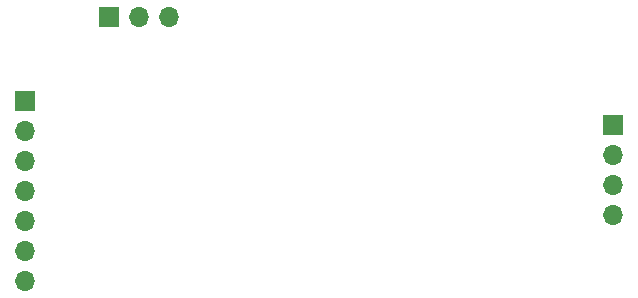
<source format=gbs>
%TF.GenerationSoftware,KiCad,Pcbnew,8.0.7*%
%TF.CreationDate,2025-02-15T17:42:46+02:00*%
%TF.ProjectId,stepper-motor-controller,73746570-7065-4722-9d6d-6f746f722d63,rev?*%
%TF.SameCoordinates,Original*%
%TF.FileFunction,Soldermask,Bot*%
%TF.FilePolarity,Negative*%
%FSLAX46Y46*%
G04 Gerber Fmt 4.6, Leading zero omitted, Abs format (unit mm)*
G04 Created by KiCad (PCBNEW 8.0.7) date 2025-02-15 17:42:46*
%MOMM*%
%LPD*%
G01*
G04 APERTURE LIST*
%ADD10O,1.700000X1.700000*%
%ADD11R,1.700000X1.700000*%
G04 APERTURE END LIST*
D10*
%TO.C,J3*%
X169164000Y-69088000D03*
X169164000Y-66548000D03*
X169164000Y-64008000D03*
D11*
X169164000Y-61468000D03*
%TD*%
D10*
%TO.C,J1*%
X119380000Y-74676000D03*
X119380000Y-72136000D03*
X119380000Y-69596000D03*
X119380000Y-67056000D03*
X119380000Y-64516000D03*
X119380000Y-61976000D03*
D11*
X119380000Y-59436000D03*
%TD*%
D10*
%TO.C,J2*%
X131572000Y-52324000D03*
X129032000Y-52324000D03*
D11*
X126492000Y-52324000D03*
%TD*%
M02*

</source>
